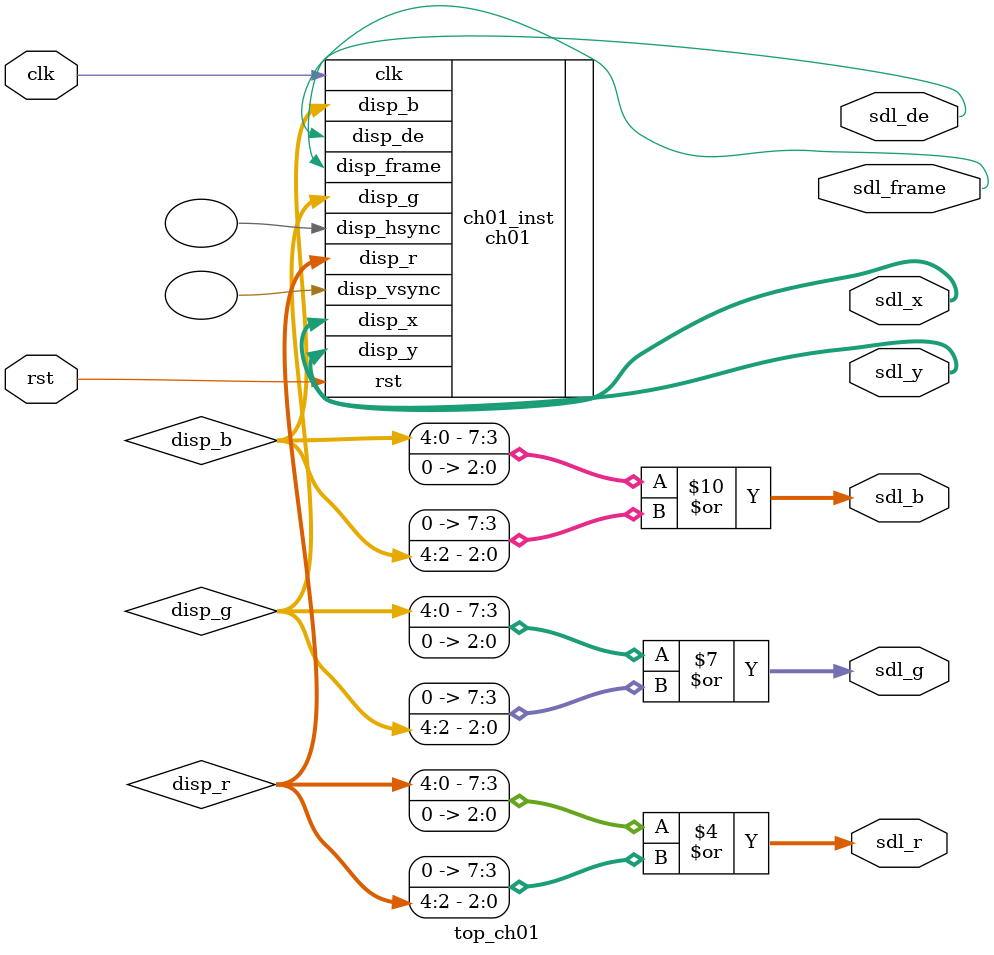
<source format=v>

`default_nettype none
`timescale 1ns / 1ps

module top_ch01 #(
    parameter BPC=5,          // system bits per colour channel
    parameter BPC_BOARD=8,    // board bits per colour channel
    parameter CORDW=16,       // signed coordinate width (bits)
    parameter DISPLAY_MODE=0  // display mode 0: 640x480 (25.2 MHz)
    ) (
    input  wire clk,                      // sim clock
    input  wire rst,                      // sim reset
    output reg signed [CORDW-1:0] sdl_x,  // horizontal SDL position
    output reg signed [CORDW-1:0] sdl_y,  // vertical SDL position
    output reg sdl_de,                    // data enable (low in blanking interval)
    output reg sdl_frame,                 // high for one cycle at frame start
    output reg [BPC_BOARD-1:0] sdl_r,     // red video channel
    output reg [BPC_BOARD-1:0] sdl_g,     // green video channel
    output reg [BPC_BOARD-1:0] sdl_b      // blue video channel
    );

    // colour channel width adjustment for board display
    // NB. this logic must be updated if you change BPC or BPC_Board
    wire [BPC-1:0] disp_r, disp_g, disp_b;
    always @(*) begin  // 5 to 8-bits per channel (BPC to BPC_Board)
        /* verilator lint_off WIDTHEXPAND */
        sdl_r = (disp_r << 3) | (disp_r >> 2);
        sdl_g = (disp_g << 3) | (disp_g >> 2);
        sdl_b = (disp_b << 3) | (disp_b >> 2);
        /* verilator lint_on WIDTHEXPAND */
    end

    // use ch01, hitomezashi, or starfield
    ch01 #(
        .BPC(BPC),
        .CORDW(CORDW),
        .DISPLAY_MODE(DISPLAY_MODE)
    ) ch01_inst (
        .clk(clk),
        .rst(rst),
        .disp_x(sdl_x),
        .disp_y(sdl_y),
        /* verilator lint_off PINCONNECTEMPTY */
        .disp_hsync(),
        .disp_vsync(),
        /* verilator lint_on PINCONNECTEMPTY */
        .disp_de(sdl_de),
        .disp_frame(sdl_frame),
        .disp_r(disp_r),
        .disp_g(disp_g),
        .disp_b(disp_b)
    );
endmodule

</source>
